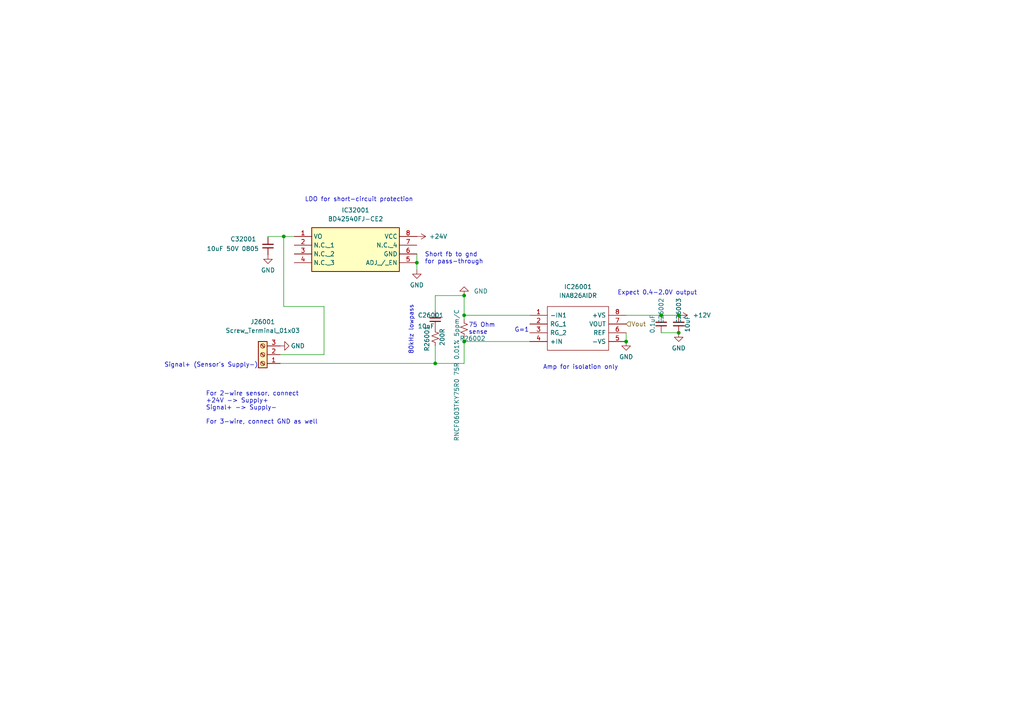
<source format=kicad_sch>
(kicad_sch (version 20231120) (generator "eeschema") (generator_version "8.0")
  (paper "A4")
  (lib_symbols
    (symbol "Connector:Screw_Terminal_01x03" (pin_names (offset 1.016) hide)
      (property "Reference" "J" (at 0 5.08 0))
      (property "Value" "Screw_Terminal_01x03" (at 0 -5.08 0))
      (symbol "Screw_Terminal_01x03_1_1"
        (rectangle (start -1.27 3.81) (end 1.27 -3.81) (stroke (width 0.254)) (fill (type background)))
        (circle (center 0 -2.54) (radius 0.635) (stroke (width 0.1524)))
        (polyline (pts (xy -0.5334 -2.2098) (xy 0.3302 -3.048)) (stroke (width 0.1524)))
        (polyline (pts (xy -0.5334 0.3302) (xy 0.3302 -0.508)) (stroke (width 0.1524)))
        (polyline (pts (xy -0.5334 2.8702) (xy 0.3302 2.032)) (stroke (width 0.1524)))
        (polyline (pts (xy -0.3556 -2.032) (xy 0.508 -2.8702)) (stroke (width 0.1524)))
        (polyline (pts (xy -0.3556 0.508) (xy 0.508 -0.3302)) (stroke (width 0.1524)))
        (polyline (pts (xy -0.3556 3.048) (xy 0.508 2.2098)) (stroke (width 0.1524)))
        (circle (center 0 0) (radius 0.635) (stroke (width 0.1524)))
        (circle (center 0 2.54) (radius 0.635) (stroke (width 0.1524)))
        (pin passive line (at -5.08 2.54 0) (length 3.81) (name "Pin_1") (number "1"))
        (pin passive line (at -5.08 0 0) (length 3.81) (name "Pin_2") (number "2"))
        (pin passive line (at -5.08 -2.54 0) (length 3.81) (name "Pin_3") (number "3"))
      )
    )
    (symbol "Device:C_Small" (pin_numbers hide) (pin_names (offset 0.254) hide)
      (property "Reference" "C" (at 0.254 1.778 0))
      (property "Value" "C_Small" (at 0.254 -2.032 0))
      (symbol "C_Small_0_1"
        (polyline (pts (xy -1.524 -0.508) (xy 1.524 -0.508)) (stroke (width 0.3302)))
        (polyline (pts (xy -1.524 0.508) (xy 1.524 0.508)) (stroke (width 0.3048)))
      )
      (symbol "C_Small_1_1"
        (pin passive line (at 0 2.54 270) (length 2.032) (name "~") (number "1"))
        (pin passive line (at 0 -2.54 90) (length 2.032) (name "~") (number "2"))
      )
    )
    (symbol "Device:R_Small_US" (pin_numbers hide) (pin_names (offset 0.254) hide)
      (property "Reference" "R" (at 0.762 0.508 0))
      (property "Value" "R_Small_US" (at 0.762 -1.016 0))
      (symbol "R_Small_US_1_1"
        (polyline (pts (xy 0 0) (xy 1.016 -0.381) (xy 0 -0.762) (xy -1.016 -1.143) (xy 0 -1.524)))
        (polyline (pts (xy 0 1.524) (xy 1.016 1.143) (xy 0 0.762) (xy -1.016 0.381) (xy 0 0)))
        (pin passive line (at 0 2.54 270) (length 1.016) (name "~") (number "1"))
        (pin passive line (at 0 -2.54 90) (length 1.016) (name "~") (number "2"))
      )
    )
    (symbol "aaa:BD42540FJ-CE2"
      (property "Reference" "IC" (at 31.75 7.62 0))
      (property "Value" "BD42540FJ-CE2" (at 31.75 5.08 0))
      (symbol "BD42540FJ-CE2_1_1"
        (rectangle (start 5.08 2.54) (end 30.48 -10.16) (stroke (width 0.254)) (fill (type background)))
        (pin passive line (at 0 0 0) (length 5.08) (name "VO") (number "1"))
        (pin passive line (at 0 -2.54 0) (length 5.08) (name "N.C._1") (number "2"))
        (pin passive line (at 0 -5.08 0) (length 5.08) (name "N.C._2") (number "3"))
        (pin passive line (at 0 -7.62 0) (length 5.08) (name "N.C._3") (number "4"))
        (pin passive line (at 35.56 -7.62 180) (length 5.08) (name "ADJ_/_EN") (number "5"))
        (pin passive line (at 35.56 -5.08 180) (length 5.08) (name "GND") (number "6"))
        (pin passive line (at 35.56 -2.54 180) (length 5.08) (name "N.C._4") (number "7"))
        (pin passive line (at 35.56 0 180) (length 5.08) (name "VCC") (number "8"))
      )
    )
    (symbol "aaa:INA826AIDR" (pin_names (offset 0.762))
      (property "Reference" "IC" (at 24.13 7.62 0))
      (property "Value" "INA826AIDR" (at 24.13 5.08 0))
      (symbol "INA826AIDR_0_0"
        (pin passive line (at 0 0 0) (length 5.08) (name "-IN1") (number "1"))
        (pin passive line (at 0 -2.54 0) (length 5.08) (name "RG_1") (number "2"))
        (pin passive line (at 0 -5.08 0) (length 5.08) (name "RG_2") (number "3"))
        (pin passive line (at 0 -7.62 0) (length 5.08) (name "+IN") (number "4"))
        (pin passive line (at 27.94 -7.62 180) (length 5.08) (name "-VS") (number "5"))
        (pin passive line (at 27.94 -5.08 180) (length 5.08) (name "REF") (number "6"))
        (pin passive line (at 27.94 -2.54 180) (length 5.08) (name "VOUT") (number "7"))
        (pin passive line (at 27.94 0 180) (length 5.08) (name "+VS") (number "8"))
      )
      (symbol "INA826AIDR_0_1"
        (polyline (pts (xy 5.08 2.54) (xy 22.86 2.54) (xy 22.86 -10.16) (xy 5.08 -10.16) (xy 5.08 2.54)) (stroke (width 0.1524)))
      )
    )
    (symbol "power:+12V" (power) (pin_names (offset 0))
      (property "Value" "+12V" (at 0 3.556 0))
      (symbol "+12V_0_1"
        (polyline (pts (xy -0.762 1.27) (xy 0 2.54)))
        (polyline (pts (xy 0 0) (xy 0 2.54)))
        (polyline (pts (xy 0 2.54) (xy 0.762 1.27)))
      )
      (symbol "+12V_1_1"
        (pin power_in line (at 0 0 90) (length 0) hide (name "+12V") (number "1"))
      )
    )
    (symbol "power:+24V" (power) (pin_names (offset 0))
      (property "Value" "+24V" (at 0 3.556 0))
      (symbol "+24V_0_1"
        (polyline (pts (xy -0.762 1.27) (xy 0 2.54)))
        (polyline (pts (xy 0 0) (xy 0 2.54)))
        (polyline (pts (xy 0 2.54) (xy 0.762 1.27)))
      )
      (symbol "+24V_1_1"
        (pin power_in line (at 0 0 90) (length 0) hide (name "+24V") (number "1"))
      )
    )
    (symbol "power:GND" (power) (pin_names (offset 0))
      (property "Value" "GND" (at 0 -3.81 0))
      (symbol "GND_0_1"
        (polyline (pts (xy 0 0) (xy 0 -1.27) (xy 1.27 -1.27) (xy 0 -2.54) (xy -1.27 -1.27) (xy 0 -1.27)))
      )
      (symbol "GND_1_1"
        (pin power_in line (at 0 0 270) (length 0) hide (name "GND") (number "1"))
      )
    )
  )
  (junction (at 191.77 91.44))
  (junction (at 134.62 99.06))
  (junction (at 134.62 85.725))
  (junction (at 120.904 76.2))
  (junction (at 196.85 96.52))
  (junction (at 181.61 99.06))
  (junction (at 126.238 105.41))
  (junction (at 82.296 68.58))
  (junction (at 196.85 91.44))
  (junction (at 134.62 91.44))
  (wire (pts (xy 120.904 73.66) (xy 120.904 76.2)))
  (wire (pts (xy 126.238 105.41) (xy 134.62 105.41)))
  (wire (pts (xy 126.238 85.725) (xy 134.62 85.725)))
  (wire (pts (xy 126.238 100.33) (xy 126.238 105.41)))
  (wire (pts (xy 82.296 88.9) (xy 93.98 88.9)))
  (wire (pts (xy 93.98 88.9) (xy 93.98 102.87)))
  (wire (pts (xy 81.28 105.41) (xy 126.238 105.41)))
  (wire (pts (xy 82.296 68.58) (xy 82.296 88.9)))
  (wire (pts (xy 77.724 68.834) (xy 77.724 68.58)))
  (wire (pts (xy 181.61 96.52) (xy 181.61 99.06)))
  (wire (pts (xy 181.61 91.44) (xy 191.77 91.44)))
  (wire (pts (xy 191.77 91.44) (xy 196.85 91.44)))
  (wire (pts (xy 134.62 91.44) (xy 134.62 85.725)))
  (wire (pts (xy 191.77 96.52) (xy 196.85 96.52)))
  (wire (pts (xy 134.62 99.06) (xy 153.67 99.06)))
  (wire (pts (xy 134.62 91.44) (xy 134.62 92.71)))
  (wire (pts (xy 134.62 99.06) (xy 134.62 105.41)))
  (wire (pts (xy 134.62 91.44) (xy 153.67 91.44)))
  (wire (pts (xy 120.904 76.2) (xy 120.904 78.232)))
  (wire (pts (xy 77.724 68.58) (xy 82.296 68.58)))
  (wire (pts (xy 85.344 68.58) (xy 82.296 68.58)))
  (wire (pts (xy 93.98 102.87) (xy 81.28 102.87)))
  (wire (pts (xy 126.238 90.17) (xy 126.238 85.725)))
  (wire (pts (xy 134.62 97.79) (xy 134.62 99.06)))
  (text "Signal+ (Sensor's Supply-)" (at 47.625 106.68 0) (effects (font (size 1.27 1.27)) (justify left bottom)))
  (text "For 2-wire sensor, connect\n+24V -> Supply+\nSignal+ -> Supply-\n\nFor 3-wire, connect GND as well" (at 59.69 123.19 0) (effects (font (size 1.27 1.27)) (justify left bottom)))
  (text "LDO for short-circuit protection" (at 88.392 58.674 0) (effects (font (size 1.27 1.27)) (justify left bottom)))
  (text "80kHz lowpass" (at 120.015 102.87 90) (effects (font (size 1.27 1.27)) (justify left bottom)))
  (text "Short fb to gnd\nfor pass-through" (at 123.19 76.708 0) (effects (font (size 1.27 1.27)) (justify left bottom)))
  (text "75 Ohm\nsense" (at 135.89 97.155 0) (effects (font (size 1.27 1.27)) (justify left bottom)))
  (text "G=1" (at 149.225 96.52 0) (effects (font (size 1.27 1.27)) (justify left bottom)))
  (text "Expect 0.4-2.0V output" (at 179.07 85.725 0) (effects (font (size 1.27 1.27)) (justify left bottom)))
  (text "Amp for isolation only" (at 157.48 107.315 0) (effects (font (size 1.27 1.27)) (justify left bottom)))
  (hierarchical_label "Vout" (shape input) (at 181.61 93.98 0))
  (symbol (lib_id "Device:C_Small") (at 196.85 93.98 180) (unit 1)
    (property "Reference" "C26003" (at 196.85 90.17 90))
    (property "Value" "10uF" (at 199.39 93.98 90))
    (property "Footprint" "Capacitor_SMD:C_0603_1608Metric" (effects (hide yes)))
    (instances (project "simplicity_analog_1" (path "" (reference "C26003") (unit 1)) (path "" (reference "C18003") (unit 1)) (path "" (reference "C14003") (unit 1)) (path "" (reference "C11003") (unit 1)) (path "" (reference "C22003") (unit 1))) (project "analog_frontend_panel" (path "" (reference "C45") (unit 1)) (path "" (reference "C33") (unit 1)) (path "" (reference "C30") (unit 1)) (path "" (reference "C27") (unit 1)) (path "" (reference "C36") (unit 1))))
  )
  (symbol (lib_id "Device:C_Small") (at 126.238 92.71 180) (unit 1)
    (property "Reference" "C26001" (at 121.158 91.44 0) (effects (justify right)))
    (property "Value" "10nF" (at 121.158 94.615 0) (effects (justify right)))
    (property "Footprint" "Capacitor_SMD:C_0402_1005Metric" (effects (hide yes)))
    (property "LCSC" "C15195" (effects (hide yes)))
    (instances (project "simplicity_analog_1" (path "" (reference "C26001") (unit 1)) (path "" (reference "C18001") (unit 1)) (path "" (reference "C14001") (unit 1)) (path "" (reference "C11001") (unit 1)) (path "" (reference "C22001") (unit 1))) (project "analog_frontend_panel" (path "" (reference "C43") (unit 1)) (path "" (reference "C31") (unit 1)) (path "" (reference "C28") (unit 1)) (path "" (reference "C25") (unit 1)) (path "" (reference "C34") (unit 1))))
  )
  (symbol (lib_id "Device:R_Small_US") (at 134.62 95.25 0) (unit 1)
    (property "Reference" "R26002" (at 140.843 98.171 0) (effects (justify right)))
    (property "Value" "RNCF0603TKY75R0 75R 0.01% 5ppm/C" (at 132.461 89.662 90) (effects (justify right)))
    (property "Footprint" "Resistor_SMD:R_0603_1608Metric" (effects (hide yes)))
    (property "LCSC" "C2482496" (effects (hide yes)))
    (instances (project "simplicity_analog_1" (path "" (reference "R26002") (unit 1)) (path "" (reference "R18002") (unit 1)) (path "" (reference "R14002") (unit 1)) (path "" (reference "R11002") (unit 1)) (path "" (reference "R22002") (unit 1))) (project "analog_frontend_panel" (path "" (reference "R36") (unit 1)) (path "" (reference "R27") (unit 1)) (path "" (reference "R25") (unit 1)) (path "" (reference "R23") (unit 1)) (path "" (reference "R29") (unit 1))))
  )
  (symbol (lib_id "power:GND") (at 181.61 99.06 0) (unit 1)
    (property "Reference" "#PWR026004" (effects (hide yes)))
    (property "Value" "GND" (at 181.61 103.505 0))
    (instances (project "simplicity_analog_1" (path "" (reference "#PWR026004") (unit 1)) (path "" (reference "#PWR018004") (unit 1)) (path "" (reference "#PWR014004") (unit 1)) (path "" (reference "#PWR011004") (unit 1)) (path "" (reference "#PWR022004") (unit 1))) (project "analog_frontend_panel" (path "" (reference "#PWR077") (unit 1)) (path "" (reference "#PWR058") (unit 1)) (path "" (reference "#PWR052") (unit 1)) (path "" (reference "#PWR046") (unit 1)) (path "" (reference "#PWR064") (unit 1))))
  )
  (symbol (lib_id "Connector:Screw_Terminal_01x03") (at 76.2 102.87 180) (unit 1)
    (property "Reference" "J26001" (at 76.2 93.345 0))
    (property "Value" "Screw_Terminal_01x03" (at 76.2 95.885 0))
    (property "Footprint" "aaa:Screw_Terminal_3_P5.08mm" (effects (hide yes)))
    (property "LCSC" "C8270" (effects (hide yes)))
    (instances (project "simplicity_analog_1" (path "" (reference "J26001") (unit 1)) (path "" (reference "J18001") (unit 1)) (path "" (reference "J14001") (unit 1)) (path "" (reference "J11001") (unit 1)) (path "" (reference "J22001") (unit 1))) (project "analog_frontend_panel" (path "" (reference "J22") (unit 1)) (path "" (reference "J18") (unit 1)) (path "" (reference "J17") (unit 1)) (path "" (reference "J16") (unit 1)) (path "" (reference "J19") (unit 1))))
  )
  (symbol (lib_id "Device:C_Small") (at 191.77 93.98 180) (unit 1)
    (property "Reference" "C26002" (at 191.77 90.17 90))
    (property "Value" "0.1uF" (at 189.23 93.98 90))
    (property "Footprint" "Capacitor_SMD:C_0402_1005Metric" (effects (hide yes)))
    (instances (project "simplicity_analog_1" (path "" (reference "C26002") (unit 1)) (path "" (reference "C18002") (unit 1)) (path "" (reference "C14002") (unit 1)) (path "" (reference "C11002") (unit 1)) (path "" (reference "C22002") (unit 1))) (project "analog_frontend_panel" (path "" (reference "C44") (unit 1)) (path "" (reference "C32") (unit 1)) (path "" (reference "C29") (unit 1)) (path "" (reference "C26") (unit 1)) (path "" (reference "C35") (unit 1))))
  )
  (symbol (lib_id "Device:R_Small_US") (at 126.238 97.79 0) (unit 1)
    (property "Reference" "R26001" (at 123.825 98.171 90))
    (property "Value" "200R" (at 128.27 97.79 90))
    (property "Footprint" "Resistor_SMD:R_0402_1005Metric" (effects (hide yes)))
    (property "LCSC" "C25087" (effects (hide yes)))
    (instances (project "simplicity_analog_1" (path "" (reference "R26001") (unit 1)) (path "" (reference "R18001") (unit 1)) (path "" (reference "R14001") (unit 1)) (path "" (reference "R11001") (unit 1)) (path "" (reference "R22001") (unit 1))) (project "analog_frontend_panel" (path "" (reference "R35") (unit 1)) (path "" (reference "R26") (unit 1)) (path "" (reference "R24") (unit 1)) (path "" (reference "R22") (unit 1)) (path "" (reference "R28") (unit 1))))
  )
  (symbol (lib_id "power:+24V") (at 120.904 68.58 270) (unit 1)
    (property "Reference" "#PWR032001" (effects (hide yes)))
    (property "Value" "+24V" (at 124.46 68.5799 90) (effects (justify left)))
    (instances (project "simplicity_analog_1" (path "" (reference "#PWR032001") (unit 1)) (path "" (reference "#PWR024001") (unit 1)) (path "" (reference "#PWR020001") (unit 1)) (path "" (reference "#PWR017017") (unit 1)) (path "" (reference "#PWR028001") (unit 1))) (project "" (path "" (reference "#PWR0193") (unit 1)) (path "" (reference "#PWR0187") (unit 1)) (path "" (reference "#PWR0184") (unit 1)) (path "" (reference "#PWR032001") (unit 1)) (path "" (reference "#PWR0190") (unit 1))))
  )
  (symbol (lib_id "power:GND") (at 120.904 78.232 0) (unit 1)
    (property "Reference" "#PWR032002" (effects (hide yes)))
    (property "Value" "GND" (at 120.904 82.677 0))
    (instances (project "simplicity_analog_1" (path "" (reference "#PWR032002") (unit 1)) (path "" (reference "#PWR024002") (unit 1)) (path "" (reference "#PWR020002") (unit 1)) (path "" (reference "#PWR017018") (unit 1)) (path "" (reference "#PWR028002") (unit 1))) (project "" (path "" (reference "#PWR0192") (unit 1)) (path "" (reference "#PWR0186") (unit 1)) (path "" (reference "#PWR0183") (unit 1)) (path "" (reference "#PWR032002") (unit 1)) (path "" (reference "#PWR0189") (unit 1))))
  )
  (symbol (lib_id "power:GND") (at 81.28 100.33 90) (unit 1)
    (property "Reference" "#PWR026001" (effects (hide yes)))
    (property "Value" "GND" (at 84.328 100.33 90) (effects (justify right)))
    (instances (project "simplicity_analog_1" (path "" (reference "#PWR026001") (unit 1)) (path "" (reference "#PWR018001") (unit 1)) (path "" (reference "#PWR014001") (unit 1)) (path "" (reference "#PWR011001") (unit 1)) (path "" (reference "#PWR022001") (unit 1))) (project "analog_frontend_panel" (path "" (reference "#PWR074") (unit 1)) (path "" (reference "#PWR055") (unit 1)) (path "" (reference "#PWR049") (unit 1)) (path "" (reference "#PWR043") (unit 1)) (path "" (reference "#PWR061") (unit 1))))
  )
  (symbol (lib_id "power:+12V") (at 196.85 91.44 270) (unit 1)
    (property "Reference" "#PWR026005" (effects (hide yes)))
    (property "Value" "+12V" (at 200.914 91.4399 90) (effects (justify left)))
    (instances (project "simplicity_analog_1" (path "" (reference "#PWR026005") (unit 1)) (path "" (reference "#PWR018005") (unit 1)) (path "" (reference "#PWR014005") (unit 1)) (path "" (reference "#PWR011005") (unit 1)) (path "" (reference "#PWR022005") (unit 1))) (project "analog_frontend_panel" (path "" (reference "#PWR078") (unit 1)) (path "" (reference "#PWR059") (unit 1)) (path "" (reference "#PWR053") (unit 1)) (path "" (reference "#PWR047") (unit 1)) (path "" (reference "#PWR065") (unit 1))))
  )
  (symbol (lib_id "power:GND") (at 77.724 73.914 0) (unit 1)
    (property "Reference" "#PWR032003" (effects (hide yes)))
    (property "Value" "GND" (at 77.724 78.359 0))
    (instances (project "simplicity_analog_1" (path "" (reference "#PWR032003") (unit 1)) (path "" (reference "#PWR024003") (unit 1)) (path "" (reference "#PWR020003") (unit 1)) (path "" (reference "#PWR017019") (unit 1)) (path "" (reference "#PWR028003") (unit 1))) (project "" (path "" (reference "#PWR0191") (unit 1)) (path "" (reference "#PWR0185") (unit 1)) (path "" (reference "#PWR0182") (unit 1)) (path "" (reference "#PWR032003") (unit 1)) (path "" (reference "#PWR0188") (unit 1))))
  )
  (symbol (lib_id "power:GND") (at 196.85 96.52 0) (unit 1)
    (property "Reference" "#PWR026006" (effects (hide yes)))
    (property "Value" "GND" (at 196.85 100.965 0))
    (instances (project "simplicity_analog_1" (path "" (reference "#PWR026006") (unit 1)) (path "" (reference "#PWR018006") (unit 1)) (path "" (reference "#PWR014006") (unit 1)) (path "" (reference "#PWR011006") (unit 1)) (path "" (reference "#PWR022006") (unit 1))) (project "analog_frontend_panel" (path "" (reference "#PWR079") (unit 1)) (path "" (reference "#PWR060") (unit 1)) (path "" (reference "#PWR054") (unit 1)) (path "" (reference "#PWR048") (unit 1)) (path "" (reference "#PWR066") (unit 1))))
  )
  (symbol (lib_id "power:GND") (at 134.62 85.725 180) (unit 1)
    (property "Reference" "#PWR026003" (effects (hide yes)))
    (property "Value" "GND" (at 137.414 84.4549 0) (effects (justify right)))
    (instances (project "simplicity_analog_1" (path "" (reference "#PWR026003") (unit 1)) (path "" (reference "#PWR018003") (unit 1)) (path "" (reference "#PWR014003") (unit 1)) (path "" (reference "#PWR011003") (unit 1)) (path "" (reference "#PWR022003") (unit 1))) (project "analog_frontend_panel" (path "" (reference "#PWR076") (unit 1)) (path "" (reference "#PWR057") (unit 1)) (path "" (reference "#PWR051") (unit 1)) (path "" (reference "#PWR045") (unit 1)) (path "" (reference "#PWR063") (unit 1))))
  )
  (symbol (lib_id "aaa:BD42540FJ-CE2") (at 85.344 68.58 0) (unit 1)
    (property "Reference" "IC32001" (at 103.124 60.96 0))
    (property "Value" "BD42540FJ-CE2" (at 103.124 63.5 0))
    (property "Footprint" "aaa:SOIC127P600X175-8N" (effects (hide yes)))
    (property "Datasheet" "https://4donline.ihs.com/images/VipMasterIC/IC/ROHM/ROHM-S-A0002355662/ROHM-S-A0002355662-1.pdf?hkey=EF798316E3902B6ED9A73243A3159BB0" (effects (hide yes)))
    (property "Description" "Supervisory Circuits 3-42V SOP-J8 12A LDO Regulator" (effects (hide yes)))
    (property "Height" "1.65" (effects (hide yes)))
    (property "Manufacturer_Name" "ROHM Semiconductor" (effects (hide yes)))
    (property "Manufacturer_Part_Number" "BD42540FJ-CE2" (effects (hide yes)))
    (property "Mouser Part Number" "755-BD42540FJ-CE2" (effects (hide yes)))
    (property "Mouser Price/Stock" "https://www.mouser.co.uk/ProductDetail/ROHM-Semiconductor/BD42540FJ-CE2?qs=zGux8KhMp6JowApuEUgCTw%3D%3D" (effects (hide yes)))
    (property "LCSC" "C308591" (effects (hide yes)))
    (instances (project "" (path "" (reference "IC32001") (unit 1)) (path "" (reference "IC24001") (unit 1)) (path "" (reference "IC20001") (unit 1)) (path "" (reference "IC17004") (unit 1)) (path "" (reference "IC28001") (unit 1))) (project "" (path "" (reference "IC36001") (unit 1)) (path "" (reference "IC34001") (unit 1)) (path "" (reference "IC33001") (unit 1)) (path "" (reference "IC32001") (unit 1)) (path "" (reference "IC35001") (unit 1))))
  )
  (symbol (lib_id "Device:C_Small") (at 77.724 71.374 180) (unit 1)
    (property "Reference" "C32001" (at 66.802 69.342 0) (effects (justify right)))
    (property "Value" "10uF 50V 0805" (at 59.944 72.136 0) (effects (justify right)))
    (property "Footprint" "Capacitor_SMD:C_0805_2012Metric" (effects (hide yes)))
    (property "LCSC" "C440198" (effects (hide yes)))
    (instances (project "simplicity_analog_1" (path "" (reference "C32001") (unit 1)) (path "" (reference "C24001") (unit 1)) (path "" (reference "C20001") (unit 1)) (path "" (reference "C17008") (unit 1)) (path "" (reference "C28001") (unit 1))) (project "" (path "" (reference "C36001") (unit 1)) (path "" (reference "C34001") (unit 1)) (path "" (reference "C33001") (unit 1)) (path "" (reference "C32001") (unit 1)) (path "" (reference "C35001") (unit 1))))
  )
  (symbol (lib_id "aaa:INA826AIDR") (at 153.67 91.44 0) (unit 1)
    (property "Reference" "IC26001" (at 167.64 83.185 0))
    (property "Value" "INA826AIDR" (at 167.64 85.725 0))
    (property "Footprint" "aaa:SOIC127P600X175-8N" (effects (hide yes)))
    (property "Datasheet" "http://www.ti.com/lit/gpn/ina826" (effects (hide yes)))
    (property "Description" "Precision, 200-uA Supply Current, 36-V Supply Instrumentation Amplifier" (effects (hide yes)))
    (property "Height" "1.75" (effects (hide yes)))
    (property "Manufacturer_Name" "Texas Instruments" (effects (hide yes)))
    (property "Manufacturer_Part_Number" "INA826AIDR" (effects (hide yes)))
    (property "Mouser Part Number" "595-INA826AIDR" (effects (hide yes)))
    (property "Mouser Price/Stock" "https://www.mouser.co.uk/ProductDetail/Texas-Instruments/INA826AIDR?qs=RqytGdBYyUFuQNJtlkA6aQ%3D%3D" (effects (hide yes)))
    (property "Arrow Part Number" "INA826AIDR" (effects (hide yes)))
    (property "Arrow Price/Stock" "https://www.arrow.com/en/products/ina826aidr/texas-instruments?region=nac" (effects (hide yes)))
    (property "LCSC" "C38433" (effects (hide yes)))
    (instances (project "simplicity_analog_1" (path "" (reference "IC26001") (unit 1)) (path "" (reference "IC18001") (unit 1)) (path "" (reference "IC14001") (unit 1)) (path "" (reference "IC11001") (unit 1)) (path "" (reference "IC22001") (unit 1))) (project "analog_frontend_panel" (path "" (reference "IC10") (unit 1)) (path "" (reference "IC7") (unit 1)) (path "" (reference "IC6") (unit 1)) (path "" (reference "IC5") (unit 1)) (path "" (reference "IC8") (unit 1))))
  )
)
</source>
